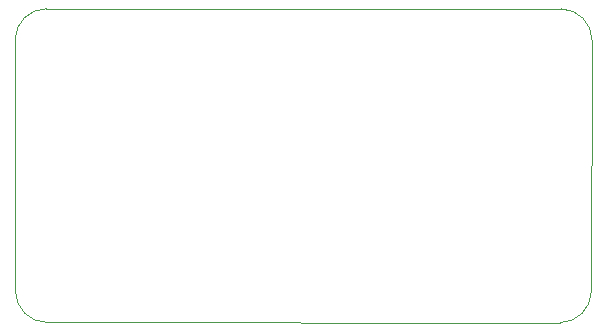
<source format=gbr>
%TF.GenerationSoftware,KiCad,Pcbnew,(6.0.7-1)-1*%
%TF.CreationDate,2022-10-26T21:12:01+02:00*%
%TF.ProjectId,Modulo_LM2596S,4d6f6475-6c6f-45f4-9c4d-32353936532e,rev?*%
%TF.SameCoordinates,Original*%
%TF.FileFunction,Profile,NP*%
%FSLAX46Y46*%
G04 Gerber Fmt 4.6, Leading zero omitted, Abs format (unit mm)*
G04 Created by KiCad (PCBNEW (6.0.7-1)-1) date 2022-10-26 21:12:01*
%MOMM*%
%LPD*%
G01*
G04 APERTURE LIST*
%TA.AperFunction,Profile*%
%ADD10C,0.100000*%
%TD*%
G04 APERTURE END LIST*
D10*
X154456404Y-68491333D02*
G75*
G03*
X151806405Y-71091761I-4J-2650467D01*
G01*
X197943596Y-95058667D02*
G75*
G03*
X200593595Y-92458239I4J2650467D01*
G01*
X200650471Y-71150000D02*
G75*
G03*
X198050000Y-68500001I-2650471J0D01*
G01*
X151806405Y-71091761D02*
X151841290Y-92393596D01*
X200593595Y-92458239D02*
X200650471Y-71150000D01*
X154441761Y-95043595D02*
X197943596Y-95058710D01*
X154456404Y-68491290D02*
X198050000Y-68500001D01*
X151841333Y-92393596D02*
G75*
G03*
X154441761Y-95043595I2650467J-4D01*
G01*
M02*

</source>
